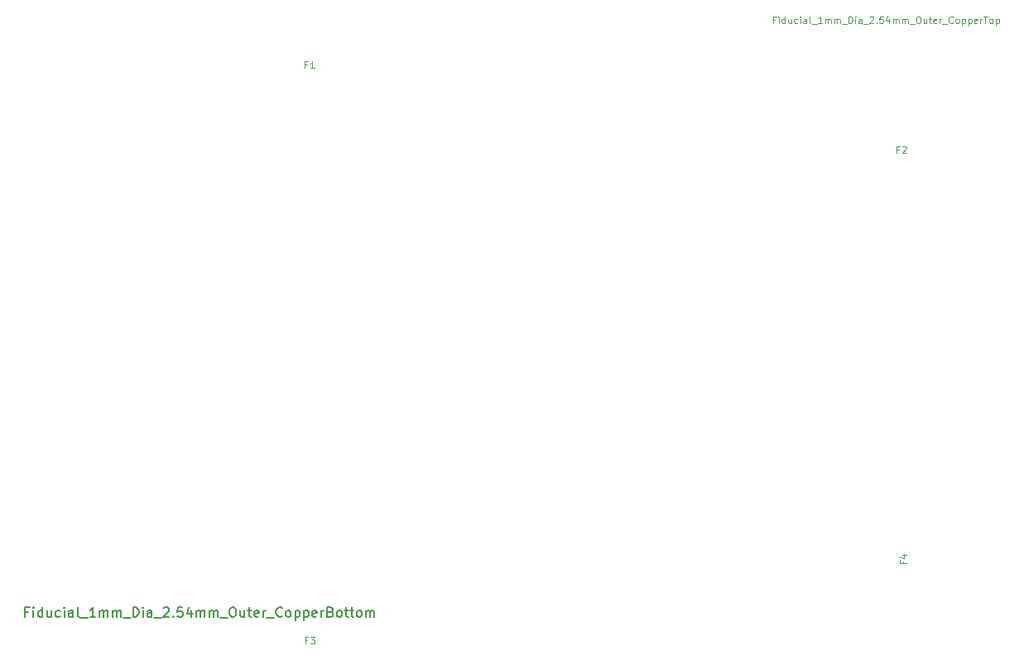
<source format=gbr>
G04 #@! TF.FileFunction,Other,Fab,Top*
%FSLAX46Y46*%
G04 Gerber Fmt 4.6, Leading zero omitted, Abs format (unit mm)*
G04 Created by KiCad (PCBNEW no-vcs-found-product) date Thu Sep 29 09:32:32 2016*
%MOMM*%
%LPD*%
G01*
G04 APERTURE LIST*
%ADD10C,0.100000*%
%ADD11C,0.150000*%
G04 APERTURE END LIST*
D10*
X119196666Y-68340000D02*
X118963333Y-68340000D01*
X118963333Y-68706666D02*
X118963333Y-68006666D01*
X119296666Y-68006666D01*
X119930000Y-68706666D02*
X119530000Y-68706666D01*
X119730000Y-68706666D02*
X119730000Y-68006666D01*
X119663333Y-68106666D01*
X119596666Y-68173333D01*
X119530000Y-68206666D01*
X179726666Y-77010000D02*
X179493333Y-77010000D01*
X179493333Y-77376666D02*
X179493333Y-76676666D01*
X179826666Y-76676666D01*
X180060000Y-76743333D02*
X180093333Y-76710000D01*
X180160000Y-76676666D01*
X180326666Y-76676666D01*
X180393333Y-76710000D01*
X180426666Y-76743333D01*
X180460000Y-76810000D01*
X180460000Y-76876666D01*
X180426666Y-76976666D01*
X180026666Y-77376666D01*
X180460000Y-77376666D01*
X119206666Y-127260000D02*
X118973333Y-127260000D01*
X118973333Y-127626666D02*
X118973333Y-126926666D01*
X119306666Y-126926666D01*
X119506666Y-126926666D02*
X119940000Y-126926666D01*
X119706666Y-127193333D01*
X119806666Y-127193333D01*
X119873333Y-127226666D01*
X119906666Y-127260000D01*
X119940000Y-127326666D01*
X119940000Y-127493333D01*
X119906666Y-127560000D01*
X119873333Y-127593333D01*
X119806666Y-127626666D01*
X119606666Y-127626666D01*
X119540000Y-127593333D01*
X119506666Y-127560000D01*
X180130000Y-119183333D02*
X180130000Y-119416666D01*
X180496666Y-119416666D02*
X179796666Y-119416666D01*
X179796666Y-119083333D01*
X180030000Y-118516666D02*
X180496666Y-118516666D01*
X179763333Y-118683333D02*
X180263333Y-118850000D01*
X180263333Y-118416666D01*
X167063333Y-63730000D02*
X166830000Y-63730000D01*
X166830000Y-64096666D02*
X166830000Y-63396666D01*
X167163333Y-63396666D01*
X167430000Y-64096666D02*
X167430000Y-63630000D01*
X167430000Y-63396666D02*
X167396666Y-63430000D01*
X167430000Y-63463333D01*
X167463333Y-63430000D01*
X167430000Y-63396666D01*
X167430000Y-63463333D01*
X168063333Y-64096666D02*
X168063333Y-63396666D01*
X168063333Y-64063333D02*
X167996666Y-64096666D01*
X167863333Y-64096666D01*
X167796666Y-64063333D01*
X167763333Y-64030000D01*
X167730000Y-63963333D01*
X167730000Y-63763333D01*
X167763333Y-63696666D01*
X167796666Y-63663333D01*
X167863333Y-63630000D01*
X167996666Y-63630000D01*
X168063333Y-63663333D01*
X168696666Y-63630000D02*
X168696666Y-64096666D01*
X168396666Y-63630000D02*
X168396666Y-63996666D01*
X168430000Y-64063333D01*
X168496666Y-64096666D01*
X168596666Y-64096666D01*
X168663333Y-64063333D01*
X168696666Y-64030000D01*
X169330000Y-64063333D02*
X169263333Y-64096666D01*
X169130000Y-64096666D01*
X169063333Y-64063333D01*
X169030000Y-64030000D01*
X168996666Y-63963333D01*
X168996666Y-63763333D01*
X169030000Y-63696666D01*
X169063333Y-63663333D01*
X169130000Y-63630000D01*
X169263333Y-63630000D01*
X169330000Y-63663333D01*
X169630000Y-64096666D02*
X169630000Y-63630000D01*
X169630000Y-63396666D02*
X169596666Y-63430000D01*
X169630000Y-63463333D01*
X169663333Y-63430000D01*
X169630000Y-63396666D01*
X169630000Y-63463333D01*
X170263333Y-64096666D02*
X170263333Y-63730000D01*
X170230000Y-63663333D01*
X170163333Y-63630000D01*
X170030000Y-63630000D01*
X169963333Y-63663333D01*
X170263333Y-64063333D02*
X170196666Y-64096666D01*
X170030000Y-64096666D01*
X169963333Y-64063333D01*
X169930000Y-63996666D01*
X169930000Y-63930000D01*
X169963333Y-63863333D01*
X170030000Y-63830000D01*
X170196666Y-63830000D01*
X170263333Y-63796666D01*
X170696666Y-64096666D02*
X170630000Y-64063333D01*
X170596666Y-63996666D01*
X170596666Y-63396666D01*
X170796666Y-64163333D02*
X171330000Y-64163333D01*
X171863333Y-64096666D02*
X171463333Y-64096666D01*
X171663333Y-64096666D02*
X171663333Y-63396666D01*
X171596666Y-63496666D01*
X171530000Y-63563333D01*
X171463333Y-63596666D01*
X172163333Y-64096666D02*
X172163333Y-63630000D01*
X172163333Y-63696666D02*
X172196666Y-63663333D01*
X172263333Y-63630000D01*
X172363333Y-63630000D01*
X172430000Y-63663333D01*
X172463333Y-63730000D01*
X172463333Y-64096666D01*
X172463333Y-63730000D02*
X172496666Y-63663333D01*
X172563333Y-63630000D01*
X172663333Y-63630000D01*
X172730000Y-63663333D01*
X172763333Y-63730000D01*
X172763333Y-64096666D01*
X173096666Y-64096666D02*
X173096666Y-63630000D01*
X173096666Y-63696666D02*
X173130000Y-63663333D01*
X173196666Y-63630000D01*
X173296666Y-63630000D01*
X173363333Y-63663333D01*
X173396666Y-63730000D01*
X173396666Y-64096666D01*
X173396666Y-63730000D02*
X173430000Y-63663333D01*
X173496666Y-63630000D01*
X173596666Y-63630000D01*
X173663333Y-63663333D01*
X173696666Y-63730000D01*
X173696666Y-64096666D01*
X173863333Y-64163333D02*
X174396666Y-64163333D01*
X174563333Y-64096666D02*
X174563333Y-63396666D01*
X174730000Y-63396666D01*
X174830000Y-63430000D01*
X174896666Y-63496666D01*
X174930000Y-63563333D01*
X174963333Y-63696666D01*
X174963333Y-63796666D01*
X174930000Y-63930000D01*
X174896666Y-63996666D01*
X174830000Y-64063333D01*
X174730000Y-64096666D01*
X174563333Y-64096666D01*
X175263333Y-64096666D02*
X175263333Y-63630000D01*
X175263333Y-63396666D02*
X175230000Y-63430000D01*
X175263333Y-63463333D01*
X175296666Y-63430000D01*
X175263333Y-63396666D01*
X175263333Y-63463333D01*
X175896666Y-64096666D02*
X175896666Y-63730000D01*
X175863333Y-63663333D01*
X175796666Y-63630000D01*
X175663333Y-63630000D01*
X175596666Y-63663333D01*
X175896666Y-64063333D02*
X175830000Y-64096666D01*
X175663333Y-64096666D01*
X175596666Y-64063333D01*
X175563333Y-63996666D01*
X175563333Y-63930000D01*
X175596666Y-63863333D01*
X175663333Y-63830000D01*
X175830000Y-63830000D01*
X175896666Y-63796666D01*
X176063333Y-64163333D02*
X176596666Y-64163333D01*
X176730000Y-63463333D02*
X176763333Y-63430000D01*
X176830000Y-63396666D01*
X176996666Y-63396666D01*
X177063333Y-63430000D01*
X177096666Y-63463333D01*
X177130000Y-63530000D01*
X177130000Y-63596666D01*
X177096666Y-63696666D01*
X176696666Y-64096666D01*
X177130000Y-64096666D01*
X177430000Y-64030000D02*
X177463333Y-64063333D01*
X177430000Y-64096666D01*
X177396666Y-64063333D01*
X177430000Y-64030000D01*
X177430000Y-64096666D01*
X178096666Y-63396666D02*
X177763333Y-63396666D01*
X177730000Y-63730000D01*
X177763333Y-63696666D01*
X177830000Y-63663333D01*
X177996666Y-63663333D01*
X178063333Y-63696666D01*
X178096666Y-63730000D01*
X178130000Y-63796666D01*
X178130000Y-63963333D01*
X178096666Y-64030000D01*
X178063333Y-64063333D01*
X177996666Y-64096666D01*
X177830000Y-64096666D01*
X177763333Y-64063333D01*
X177730000Y-64030000D01*
X178730000Y-63630000D02*
X178730000Y-64096666D01*
X178563333Y-63363333D02*
X178396666Y-63863333D01*
X178830000Y-63863333D01*
X179096666Y-64096666D02*
X179096666Y-63630000D01*
X179096666Y-63696666D02*
X179130000Y-63663333D01*
X179196666Y-63630000D01*
X179296666Y-63630000D01*
X179363333Y-63663333D01*
X179396666Y-63730000D01*
X179396666Y-64096666D01*
X179396666Y-63730000D02*
X179430000Y-63663333D01*
X179496666Y-63630000D01*
X179596666Y-63630000D01*
X179663333Y-63663333D01*
X179696666Y-63730000D01*
X179696666Y-64096666D01*
X180030000Y-64096666D02*
X180030000Y-63630000D01*
X180030000Y-63696666D02*
X180063333Y-63663333D01*
X180130000Y-63630000D01*
X180230000Y-63630000D01*
X180296666Y-63663333D01*
X180330000Y-63730000D01*
X180330000Y-64096666D01*
X180330000Y-63730000D02*
X180363333Y-63663333D01*
X180430000Y-63630000D01*
X180530000Y-63630000D01*
X180596666Y-63663333D01*
X180630000Y-63730000D01*
X180630000Y-64096666D01*
X180796666Y-64163333D02*
X181330000Y-64163333D01*
X181630000Y-63396666D02*
X181763333Y-63396666D01*
X181830000Y-63430000D01*
X181896666Y-63496666D01*
X181930000Y-63630000D01*
X181930000Y-63863333D01*
X181896666Y-63996666D01*
X181830000Y-64063333D01*
X181763333Y-64096666D01*
X181630000Y-64096666D01*
X181563333Y-64063333D01*
X181496666Y-63996666D01*
X181463333Y-63863333D01*
X181463333Y-63630000D01*
X181496666Y-63496666D01*
X181563333Y-63430000D01*
X181630000Y-63396666D01*
X182530000Y-63630000D02*
X182530000Y-64096666D01*
X182230000Y-63630000D02*
X182230000Y-63996666D01*
X182263333Y-64063333D01*
X182330000Y-64096666D01*
X182430000Y-64096666D01*
X182496666Y-64063333D01*
X182530000Y-64030000D01*
X182763333Y-63630000D02*
X183030000Y-63630000D01*
X182863333Y-63396666D02*
X182863333Y-63996666D01*
X182896666Y-64063333D01*
X182963333Y-64096666D01*
X183030000Y-64096666D01*
X183530000Y-64063333D02*
X183463333Y-64096666D01*
X183330000Y-64096666D01*
X183263333Y-64063333D01*
X183230000Y-63996666D01*
X183230000Y-63730000D01*
X183263333Y-63663333D01*
X183330000Y-63630000D01*
X183463333Y-63630000D01*
X183530000Y-63663333D01*
X183563333Y-63730000D01*
X183563333Y-63796666D01*
X183230000Y-63863333D01*
X183863333Y-64096666D02*
X183863333Y-63630000D01*
X183863333Y-63763333D02*
X183896666Y-63696666D01*
X183930000Y-63663333D01*
X183996666Y-63630000D01*
X184063333Y-63630000D01*
X184130000Y-64163333D02*
X184663333Y-64163333D01*
X185230000Y-64030000D02*
X185196666Y-64063333D01*
X185096666Y-64096666D01*
X185030000Y-64096666D01*
X184930000Y-64063333D01*
X184863333Y-63996666D01*
X184830000Y-63930000D01*
X184796666Y-63796666D01*
X184796666Y-63696666D01*
X184830000Y-63563333D01*
X184863333Y-63496666D01*
X184930000Y-63430000D01*
X185030000Y-63396666D01*
X185096666Y-63396666D01*
X185196666Y-63430000D01*
X185230000Y-63463333D01*
X185630000Y-64096666D02*
X185563333Y-64063333D01*
X185530000Y-64030000D01*
X185496666Y-63963333D01*
X185496666Y-63763333D01*
X185530000Y-63696666D01*
X185563333Y-63663333D01*
X185630000Y-63630000D01*
X185730000Y-63630000D01*
X185796666Y-63663333D01*
X185830000Y-63696666D01*
X185863333Y-63763333D01*
X185863333Y-63963333D01*
X185830000Y-64030000D01*
X185796666Y-64063333D01*
X185730000Y-64096666D01*
X185630000Y-64096666D01*
X186163333Y-63630000D02*
X186163333Y-64330000D01*
X186163333Y-63663333D02*
X186230000Y-63630000D01*
X186363333Y-63630000D01*
X186430000Y-63663333D01*
X186463333Y-63696666D01*
X186496666Y-63763333D01*
X186496666Y-63963333D01*
X186463333Y-64030000D01*
X186430000Y-64063333D01*
X186363333Y-64096666D01*
X186230000Y-64096666D01*
X186163333Y-64063333D01*
X186796666Y-63630000D02*
X186796666Y-64330000D01*
X186796666Y-63663333D02*
X186863333Y-63630000D01*
X186996666Y-63630000D01*
X187063333Y-63663333D01*
X187096666Y-63696666D01*
X187130000Y-63763333D01*
X187130000Y-63963333D01*
X187096666Y-64030000D01*
X187063333Y-64063333D01*
X186996666Y-64096666D01*
X186863333Y-64096666D01*
X186796666Y-64063333D01*
X187696666Y-64063333D02*
X187630000Y-64096666D01*
X187496666Y-64096666D01*
X187430000Y-64063333D01*
X187396666Y-63996666D01*
X187396666Y-63730000D01*
X187430000Y-63663333D01*
X187496666Y-63630000D01*
X187630000Y-63630000D01*
X187696666Y-63663333D01*
X187730000Y-63730000D01*
X187730000Y-63796666D01*
X187396666Y-63863333D01*
X188030000Y-64096666D02*
X188030000Y-63630000D01*
X188030000Y-63763333D02*
X188063333Y-63696666D01*
X188096666Y-63663333D01*
X188163333Y-63630000D01*
X188230000Y-63630000D01*
X188363333Y-63396666D02*
X188763333Y-63396666D01*
X188563333Y-64096666D02*
X188563333Y-63396666D01*
X189096666Y-64096666D02*
X189030000Y-64063333D01*
X188996666Y-64030000D01*
X188963333Y-63963333D01*
X188963333Y-63763333D01*
X188996666Y-63696666D01*
X189030000Y-63663333D01*
X189096666Y-63630000D01*
X189196666Y-63630000D01*
X189263333Y-63663333D01*
X189296666Y-63696666D01*
X189330000Y-63763333D01*
X189330000Y-63963333D01*
X189296666Y-64030000D01*
X189263333Y-64063333D01*
X189196666Y-64096666D01*
X189096666Y-64096666D01*
X189630000Y-63630000D02*
X189630000Y-64330000D01*
X189630000Y-63663333D02*
X189696666Y-63630000D01*
X189830000Y-63630000D01*
X189896666Y-63663333D01*
X189930000Y-63696666D01*
X189963333Y-63763333D01*
X189963333Y-63963333D01*
X189930000Y-64030000D01*
X189896666Y-64063333D01*
X189830000Y-64096666D01*
X189696666Y-64096666D01*
X189630000Y-64063333D01*
D11*
X90676190Y-124358571D02*
X90342857Y-124358571D01*
X90342857Y-124882380D02*
X90342857Y-123882380D01*
X90819047Y-123882380D01*
X91200000Y-124882380D02*
X91200000Y-124215714D01*
X91200000Y-123882380D02*
X91152380Y-123930000D01*
X91200000Y-123977619D01*
X91247619Y-123930000D01*
X91200000Y-123882380D01*
X91200000Y-123977619D01*
X92104761Y-124882380D02*
X92104761Y-123882380D01*
X92104761Y-124834761D02*
X92009523Y-124882380D01*
X91819047Y-124882380D01*
X91723809Y-124834761D01*
X91676190Y-124787142D01*
X91628571Y-124691904D01*
X91628571Y-124406190D01*
X91676190Y-124310952D01*
X91723809Y-124263333D01*
X91819047Y-124215714D01*
X92009523Y-124215714D01*
X92104761Y-124263333D01*
X93009523Y-124215714D02*
X93009523Y-124882380D01*
X92580952Y-124215714D02*
X92580952Y-124739523D01*
X92628571Y-124834761D01*
X92723809Y-124882380D01*
X92866666Y-124882380D01*
X92961904Y-124834761D01*
X93009523Y-124787142D01*
X93914285Y-124834761D02*
X93819047Y-124882380D01*
X93628571Y-124882380D01*
X93533333Y-124834761D01*
X93485714Y-124787142D01*
X93438095Y-124691904D01*
X93438095Y-124406190D01*
X93485714Y-124310952D01*
X93533333Y-124263333D01*
X93628571Y-124215714D01*
X93819047Y-124215714D01*
X93914285Y-124263333D01*
X94342857Y-124882380D02*
X94342857Y-124215714D01*
X94342857Y-123882380D02*
X94295238Y-123930000D01*
X94342857Y-123977619D01*
X94390476Y-123930000D01*
X94342857Y-123882380D01*
X94342857Y-123977619D01*
X95247619Y-124882380D02*
X95247619Y-124358571D01*
X95200000Y-124263333D01*
X95104761Y-124215714D01*
X94914285Y-124215714D01*
X94819047Y-124263333D01*
X95247619Y-124834761D02*
X95152380Y-124882380D01*
X94914285Y-124882380D01*
X94819047Y-124834761D01*
X94771428Y-124739523D01*
X94771428Y-124644285D01*
X94819047Y-124549047D01*
X94914285Y-124501428D01*
X95152380Y-124501428D01*
X95247619Y-124453809D01*
X95866666Y-124882380D02*
X95771428Y-124834761D01*
X95723809Y-124739523D01*
X95723809Y-123882380D01*
X96009523Y-124977619D02*
X96771428Y-124977619D01*
X97533333Y-124882380D02*
X96961904Y-124882380D01*
X97247619Y-124882380D02*
X97247619Y-123882380D01*
X97152380Y-124025238D01*
X97057142Y-124120476D01*
X96961904Y-124168095D01*
X97961904Y-124882380D02*
X97961904Y-124215714D01*
X97961904Y-124310952D02*
X98009523Y-124263333D01*
X98104761Y-124215714D01*
X98247619Y-124215714D01*
X98342857Y-124263333D01*
X98390476Y-124358571D01*
X98390476Y-124882380D01*
X98390476Y-124358571D02*
X98438095Y-124263333D01*
X98533333Y-124215714D01*
X98676190Y-124215714D01*
X98771428Y-124263333D01*
X98819047Y-124358571D01*
X98819047Y-124882380D01*
X99295238Y-124882380D02*
X99295238Y-124215714D01*
X99295238Y-124310952D02*
X99342857Y-124263333D01*
X99438095Y-124215714D01*
X99580952Y-124215714D01*
X99676190Y-124263333D01*
X99723809Y-124358571D01*
X99723809Y-124882380D01*
X99723809Y-124358571D02*
X99771428Y-124263333D01*
X99866666Y-124215714D01*
X100009523Y-124215714D01*
X100104761Y-124263333D01*
X100152380Y-124358571D01*
X100152380Y-124882380D01*
X100390476Y-124977619D02*
X101152380Y-124977619D01*
X101390476Y-124882380D02*
X101390476Y-123882380D01*
X101628571Y-123882380D01*
X101771428Y-123930000D01*
X101866666Y-124025238D01*
X101914285Y-124120476D01*
X101961904Y-124310952D01*
X101961904Y-124453809D01*
X101914285Y-124644285D01*
X101866666Y-124739523D01*
X101771428Y-124834761D01*
X101628571Y-124882380D01*
X101390476Y-124882380D01*
X102390476Y-124882380D02*
X102390476Y-124215714D01*
X102390476Y-123882380D02*
X102342857Y-123930000D01*
X102390476Y-123977619D01*
X102438095Y-123930000D01*
X102390476Y-123882380D01*
X102390476Y-123977619D01*
X103295238Y-124882380D02*
X103295238Y-124358571D01*
X103247619Y-124263333D01*
X103152380Y-124215714D01*
X102961904Y-124215714D01*
X102866666Y-124263333D01*
X103295238Y-124834761D02*
X103200000Y-124882380D01*
X102961904Y-124882380D01*
X102866666Y-124834761D01*
X102819047Y-124739523D01*
X102819047Y-124644285D01*
X102866666Y-124549047D01*
X102961904Y-124501428D01*
X103200000Y-124501428D01*
X103295238Y-124453809D01*
X103533333Y-124977619D02*
X104295238Y-124977619D01*
X104485714Y-123977619D02*
X104533333Y-123930000D01*
X104628571Y-123882380D01*
X104866666Y-123882380D01*
X104961904Y-123930000D01*
X105009523Y-123977619D01*
X105057142Y-124072857D01*
X105057142Y-124168095D01*
X105009523Y-124310952D01*
X104438095Y-124882380D01*
X105057142Y-124882380D01*
X105485714Y-124787142D02*
X105533333Y-124834761D01*
X105485714Y-124882380D01*
X105438095Y-124834761D01*
X105485714Y-124787142D01*
X105485714Y-124882380D01*
X106438095Y-123882380D02*
X105961904Y-123882380D01*
X105914285Y-124358571D01*
X105961904Y-124310952D01*
X106057142Y-124263333D01*
X106295238Y-124263333D01*
X106390476Y-124310952D01*
X106438095Y-124358571D01*
X106485714Y-124453809D01*
X106485714Y-124691904D01*
X106438095Y-124787142D01*
X106390476Y-124834761D01*
X106295238Y-124882380D01*
X106057142Y-124882380D01*
X105961904Y-124834761D01*
X105914285Y-124787142D01*
X107342857Y-124215714D02*
X107342857Y-124882380D01*
X107104761Y-123834761D02*
X106866666Y-124549047D01*
X107485714Y-124549047D01*
X107866666Y-124882380D02*
X107866666Y-124215714D01*
X107866666Y-124310952D02*
X107914285Y-124263333D01*
X108009523Y-124215714D01*
X108152380Y-124215714D01*
X108247619Y-124263333D01*
X108295238Y-124358571D01*
X108295238Y-124882380D01*
X108295238Y-124358571D02*
X108342857Y-124263333D01*
X108438095Y-124215714D01*
X108580952Y-124215714D01*
X108676190Y-124263333D01*
X108723809Y-124358571D01*
X108723809Y-124882380D01*
X109200000Y-124882380D02*
X109200000Y-124215714D01*
X109200000Y-124310952D02*
X109247619Y-124263333D01*
X109342857Y-124215714D01*
X109485714Y-124215714D01*
X109580952Y-124263333D01*
X109628571Y-124358571D01*
X109628571Y-124882380D01*
X109628571Y-124358571D02*
X109676190Y-124263333D01*
X109771428Y-124215714D01*
X109914285Y-124215714D01*
X110009523Y-124263333D01*
X110057142Y-124358571D01*
X110057142Y-124882380D01*
X110295238Y-124977619D02*
X111057142Y-124977619D01*
X111485714Y-123882380D02*
X111676190Y-123882380D01*
X111771428Y-123930000D01*
X111866666Y-124025238D01*
X111914285Y-124215714D01*
X111914285Y-124549047D01*
X111866666Y-124739523D01*
X111771428Y-124834761D01*
X111676190Y-124882380D01*
X111485714Y-124882380D01*
X111390476Y-124834761D01*
X111295238Y-124739523D01*
X111247619Y-124549047D01*
X111247619Y-124215714D01*
X111295238Y-124025238D01*
X111390476Y-123930000D01*
X111485714Y-123882380D01*
X112771428Y-124215714D02*
X112771428Y-124882380D01*
X112342857Y-124215714D02*
X112342857Y-124739523D01*
X112390476Y-124834761D01*
X112485714Y-124882380D01*
X112628571Y-124882380D01*
X112723809Y-124834761D01*
X112771428Y-124787142D01*
X113104761Y-124215714D02*
X113485714Y-124215714D01*
X113247619Y-123882380D02*
X113247619Y-124739523D01*
X113295238Y-124834761D01*
X113390476Y-124882380D01*
X113485714Y-124882380D01*
X114200000Y-124834761D02*
X114104761Y-124882380D01*
X113914285Y-124882380D01*
X113819047Y-124834761D01*
X113771428Y-124739523D01*
X113771428Y-124358571D01*
X113819047Y-124263333D01*
X113914285Y-124215714D01*
X114104761Y-124215714D01*
X114200000Y-124263333D01*
X114247619Y-124358571D01*
X114247619Y-124453809D01*
X113771428Y-124549047D01*
X114676190Y-124882380D02*
X114676190Y-124215714D01*
X114676190Y-124406190D02*
X114723809Y-124310952D01*
X114771428Y-124263333D01*
X114866666Y-124215714D01*
X114961904Y-124215714D01*
X115057142Y-124977619D02*
X115819047Y-124977619D01*
X116628571Y-124787142D02*
X116580952Y-124834761D01*
X116438095Y-124882380D01*
X116342857Y-124882380D01*
X116200000Y-124834761D01*
X116104761Y-124739523D01*
X116057142Y-124644285D01*
X116009523Y-124453809D01*
X116009523Y-124310952D01*
X116057142Y-124120476D01*
X116104761Y-124025238D01*
X116200000Y-123930000D01*
X116342857Y-123882380D01*
X116438095Y-123882380D01*
X116580952Y-123930000D01*
X116628571Y-123977619D01*
X117200000Y-124882380D02*
X117104761Y-124834761D01*
X117057142Y-124787142D01*
X117009523Y-124691904D01*
X117009523Y-124406190D01*
X117057142Y-124310952D01*
X117104761Y-124263333D01*
X117200000Y-124215714D01*
X117342857Y-124215714D01*
X117438095Y-124263333D01*
X117485714Y-124310952D01*
X117533333Y-124406190D01*
X117533333Y-124691904D01*
X117485714Y-124787142D01*
X117438095Y-124834761D01*
X117342857Y-124882380D01*
X117200000Y-124882380D01*
X117961904Y-124215714D02*
X117961904Y-125215714D01*
X117961904Y-124263333D02*
X118057142Y-124215714D01*
X118247619Y-124215714D01*
X118342857Y-124263333D01*
X118390476Y-124310952D01*
X118438095Y-124406190D01*
X118438095Y-124691904D01*
X118390476Y-124787142D01*
X118342857Y-124834761D01*
X118247619Y-124882380D01*
X118057142Y-124882380D01*
X117961904Y-124834761D01*
X118866666Y-124215714D02*
X118866666Y-125215714D01*
X118866666Y-124263333D02*
X118961904Y-124215714D01*
X119152380Y-124215714D01*
X119247619Y-124263333D01*
X119295238Y-124310952D01*
X119342857Y-124406190D01*
X119342857Y-124691904D01*
X119295238Y-124787142D01*
X119247619Y-124834761D01*
X119152380Y-124882380D01*
X118961904Y-124882380D01*
X118866666Y-124834761D01*
X120152380Y-124834761D02*
X120057142Y-124882380D01*
X119866666Y-124882380D01*
X119771428Y-124834761D01*
X119723809Y-124739523D01*
X119723809Y-124358571D01*
X119771428Y-124263333D01*
X119866666Y-124215714D01*
X120057142Y-124215714D01*
X120152380Y-124263333D01*
X120200000Y-124358571D01*
X120200000Y-124453809D01*
X119723809Y-124549047D01*
X120628571Y-124882380D02*
X120628571Y-124215714D01*
X120628571Y-124406190D02*
X120676190Y-124310952D01*
X120723809Y-124263333D01*
X120819047Y-124215714D01*
X120914285Y-124215714D01*
X121580952Y-124358571D02*
X121723809Y-124406190D01*
X121771428Y-124453809D01*
X121819047Y-124549047D01*
X121819047Y-124691904D01*
X121771428Y-124787142D01*
X121723809Y-124834761D01*
X121628571Y-124882380D01*
X121247619Y-124882380D01*
X121247619Y-123882380D01*
X121580952Y-123882380D01*
X121676190Y-123930000D01*
X121723809Y-123977619D01*
X121771428Y-124072857D01*
X121771428Y-124168095D01*
X121723809Y-124263333D01*
X121676190Y-124310952D01*
X121580952Y-124358571D01*
X121247619Y-124358571D01*
X122390476Y-124882380D02*
X122295238Y-124834761D01*
X122247619Y-124787142D01*
X122200000Y-124691904D01*
X122200000Y-124406190D01*
X122247619Y-124310952D01*
X122295238Y-124263333D01*
X122390476Y-124215714D01*
X122533333Y-124215714D01*
X122628571Y-124263333D01*
X122676190Y-124310952D01*
X122723809Y-124406190D01*
X122723809Y-124691904D01*
X122676190Y-124787142D01*
X122628571Y-124834761D01*
X122533333Y-124882380D01*
X122390476Y-124882380D01*
X123009523Y-124215714D02*
X123390476Y-124215714D01*
X123152380Y-123882380D02*
X123152380Y-124739523D01*
X123200000Y-124834761D01*
X123295238Y-124882380D01*
X123390476Y-124882380D01*
X123580952Y-124215714D02*
X123961904Y-124215714D01*
X123723809Y-123882380D02*
X123723809Y-124739523D01*
X123771428Y-124834761D01*
X123866666Y-124882380D01*
X123961904Y-124882380D01*
X124438095Y-124882380D02*
X124342857Y-124834761D01*
X124295238Y-124787142D01*
X124247619Y-124691904D01*
X124247619Y-124406190D01*
X124295238Y-124310952D01*
X124342857Y-124263333D01*
X124438095Y-124215714D01*
X124580952Y-124215714D01*
X124676190Y-124263333D01*
X124723809Y-124310952D01*
X124771428Y-124406190D01*
X124771428Y-124691904D01*
X124723809Y-124787142D01*
X124676190Y-124834761D01*
X124580952Y-124882380D01*
X124438095Y-124882380D01*
X125200000Y-124882380D02*
X125200000Y-124215714D01*
X125200000Y-124310952D02*
X125247619Y-124263333D01*
X125342857Y-124215714D01*
X125485714Y-124215714D01*
X125580952Y-124263333D01*
X125628571Y-124358571D01*
X125628571Y-124882380D01*
X125628571Y-124358571D02*
X125676190Y-124263333D01*
X125771428Y-124215714D01*
X125914285Y-124215714D01*
X126009523Y-124263333D01*
X126057142Y-124358571D01*
X126057142Y-124882380D01*
M02*

</source>
